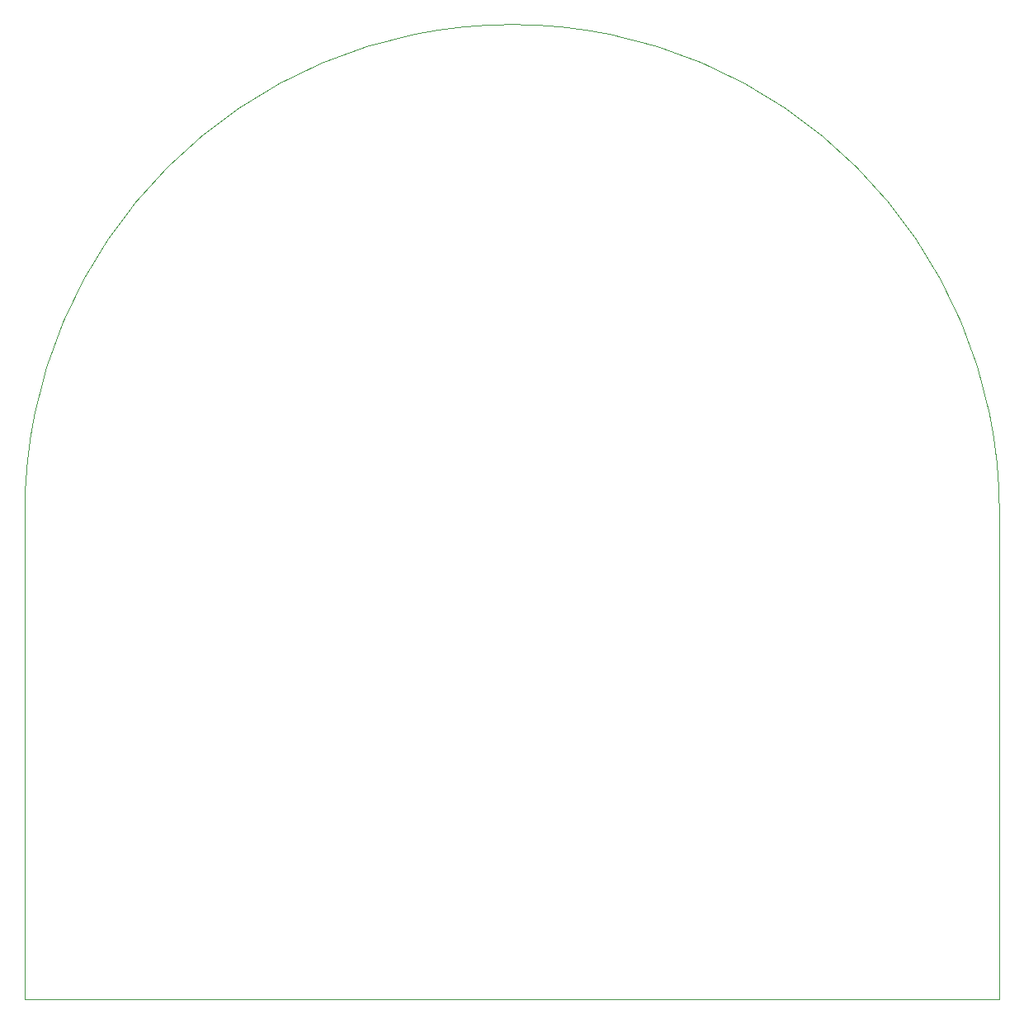
<source format=gbr>
%TF.GenerationSoftware,KiCad,Pcbnew,7.0.10+1*%
%TF.CreationDate,2024-03-16T10:02:45+01:00*%
%TF.ProjectId,PCB,5043422e-6b69-4636-9164-5f7063625858,rev?*%
%TF.SameCoordinates,Original*%
%TF.FileFunction,Profile,NP*%
%FSLAX46Y46*%
G04 Gerber Fmt 4.6, Leading zero omitted, Abs format (unit mm)*
G04 Created by KiCad (PCBNEW 7.0.10+1) date 2024-03-16 10:02:45*
%MOMM*%
%LPD*%
G01*
G04 APERTURE LIST*
%TA.AperFunction,Profile*%
%ADD10C,0.100000*%
%TD*%
G04 APERTURE END LIST*
D10*
X143000000Y-97000000D02*
G75*
G03*
X43000000Y-97000000I-50000000J0D01*
G01*
X43000000Y-147000000D02*
X143000000Y-147000000D01*
X43000000Y-97000000D02*
X43000000Y-147000000D01*
X143000000Y-147000000D02*
X143000000Y-97000000D01*
M02*

</source>
